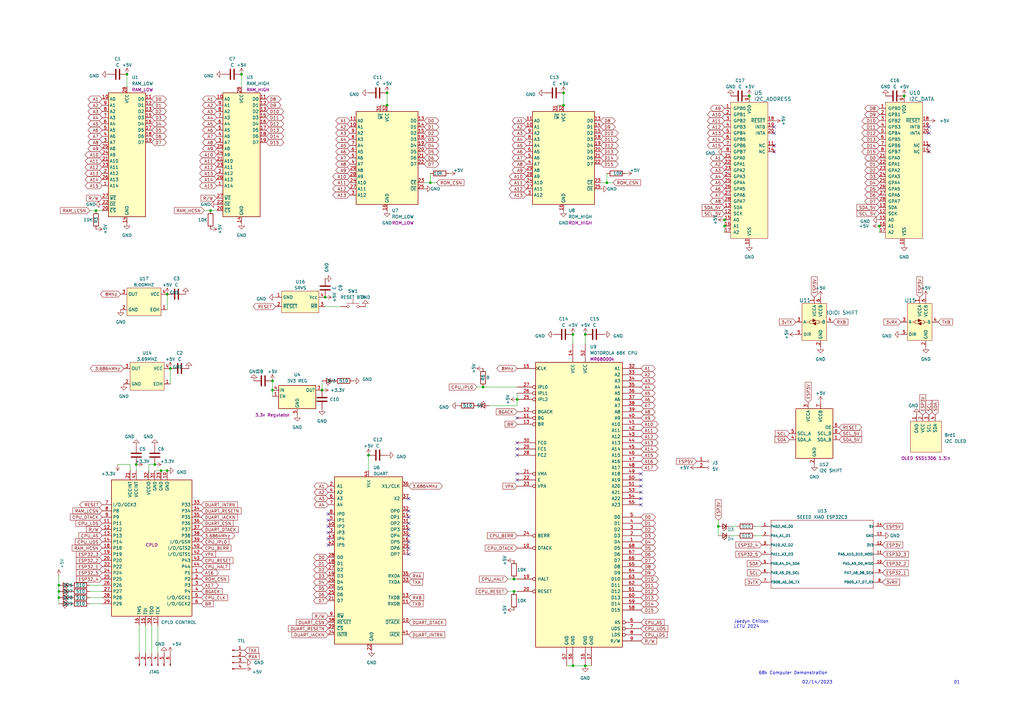
<source format=kicad_sch>
(kicad_sch (version 20230121) (generator eeschema)
  (paper "A3")
  (junction (at 231.14 38.1))
  (junction (at 234.95 273.05))
  (junction (at 210.82 242.57))
  (junction (at 370.84 39.37))
  (junction (at 240.03 273.05))
  (junction (at 52.07 30.48))
  (junction (at 39.37 86.36))
  (junction (at 24.13 245.11))
  (junction (at 69.85 151.13))
  (junction (at 297.18 92.71))
  (junction (at 234.95 137.16))
  (junction (at 297.18 90.17))
  (junction (at 307.34 39.37))
  (junction (at 198.12 158.75))
  (junction (at 360.68 92.71))
  (junction (at 240.03 137.16))
  (junction (at 248.92 74.93))
  (junction (at 210.82 237.49))
  (junction (at 111.76 156.21))
  (junction (at 24.13 242.57))
  (junction (at 151.13 186.69))
  (junction (at 111.76 160.02))
  (junction (at 132.08 160.02))
  (junction (at 24.13 240.03))
  (junction (at 212.09 163.83))
  (junction (at 158.75 43.18))
  (junction (at 86.36 86.36))
  (junction (at 231.14 43.18))
  (junction (at 133.35 121.92))
  (junction (at 66.04 193.04))
  (junction (at 68.58 120.65))
  (junction (at 99.06 30.48))
  (junction (at 68.58 193.04))
  (junction (at 158.75 38.1))
  (junction (at 176.53 74.93))
  (junction (at 55.88 190.5))
  (junction (at 63.5 190.5))
  (junction (at 294.64 215.9))
  (no_connect (at 317.5 59.69))
  (no_connect (at 134.62 215.9))
  (no_connect (at 134.62 223.52))
  (no_connect (at 262.89 201.93))
  (no_connect (at 167.64 227.33))
  (no_connect (at 167.64 219.71))
  (no_connect (at 262.89 196.85))
  (no_connect (at 317.5 62.23))
  (no_connect (at 167.64 217.17))
  (no_connect (at 381 54.61))
  (no_connect (at 167.64 224.79))
  (no_connect (at 134.62 213.36))
  (no_connect (at 262.89 199.39))
  (no_connect (at 212.09 184.15))
  (no_connect (at 167.64 209.55))
  (no_connect (at 167.64 212.09))
  (no_connect (at 212.09 186.69))
  (no_connect (at 167.64 222.25))
  (no_connect (at 381 59.69))
  (no_connect (at 262.89 207.01))
  (no_connect (at 167.64 214.63))
  (no_connect (at 212.09 194.31))
  (no_connect (at 134.62 218.44))
  (no_connect (at 262.89 194.31))
  (no_connect (at 317.5 54.61))
  (no_connect (at 134.62 220.98))
  (no_connect (at 134.62 210.82))
  (no_connect (at 317.5 52.07))
  (no_connect (at 167.64 204.47))
  (no_connect (at 212.09 171.45))
  (no_connect (at 212.09 181.61))
  (no_connect (at 381 52.07))
  (no_connect (at 381 62.23))
  (no_connect (at 212.09 196.85))
  (no_connect (at 262.89 204.47))
  (wire (pts (xy 63.5 193.04) (xy 66.04 193.04)))
  (wire (pts (xy 299.72 219.71) (xy 302.26 219.71)))
  (wire (pts (xy 24.13 245.11) (xy 24.13 247.65)))
  (wire (pts (xy 198.12 158.75) (xy 212.09 158.75)))
  (wire (pts (xy 24.13 240.03) (xy 24.13 242.57)))
  (wire (pts (xy 231.14 38.1) (xy 231.14 43.18)))
  (wire (pts (xy 55.88 190.5) (xy 55.88 193.04)))
  (wire (pts (xy 228.6 43.18) (xy 231.14 43.18)))
  (wire (pts (xy 156.21 43.18) (xy 158.75 43.18)))
  (wire (pts (xy 36.83 242.57) (xy 41.91 242.57)))
  (wire (pts (xy 53.34 193.04) (xy 53.34 190.5)))
  (wire (pts (xy 24.13 236.22) (xy 24.13 240.03)))
  (wire (pts (xy 36.83 86.36) (xy 39.37 86.36)))
  (wire (pts (xy 208.28 242.57) (xy 210.82 242.57)))
  (wire (pts (xy 132.08 156.21) (xy 132.08 160.02)))
  (wire (pts (xy 309.88 215.9) (xy 312.42 215.9)))
  (wire (pts (xy 234.95 273.05) (xy 240.03 273.05)))
  (wire (pts (xy 210.82 242.57) (xy 212.09 242.57)))
  (wire (pts (xy 60.96 193.04) (xy 60.96 190.5)))
  (wire (pts (xy 297.18 90.17) (xy 297.18 92.71)))
  (wire (pts (xy 69.85 151.13) (xy 69.85 157.48)))
  (wire (pts (xy 240.03 140.97) (xy 240.03 137.16)))
  (wire (pts (xy 48.26 190.5) (xy 53.34 190.5)))
  (wire (pts (xy 66.04 193.04) (xy 68.58 193.04)))
  (wire (pts (xy 111.76 160.02) (xy 111.76 162.56)))
  (wire (pts (xy 248.92 71.12) (xy 248.92 74.93)))
  (wire (pts (xy 99.06 30.48) (xy 99.06 35.56)))
  (wire (pts (xy 176.53 74.93) (xy 179.07 74.93)))
  (wire (pts (xy 39.37 86.36) (xy 41.91 86.36)))
  (wire (pts (xy 299.72 215.9) (xy 302.26 215.9)))
  (wire (pts (xy 232.41 273.05) (xy 234.95 273.05)))
  (wire (pts (xy 212.09 161.29) (xy 212.09 163.83)))
  (wire (pts (xy 210.82 237.49) (xy 212.09 237.49)))
  (wire (pts (xy 195.58 158.75) (xy 198.12 158.75)))
  (wire (pts (xy 36.83 245.11) (xy 41.91 245.11)))
  (wire (pts (xy 297.18 92.71) (xy 297.18 95.25)))
  (wire (pts (xy 111.76 156.21) (xy 111.76 160.02)))
  (wire (pts (xy 309.88 219.71) (xy 312.42 219.71)))
  (wire (pts (xy 248.92 74.93) (xy 251.46 74.93)))
  (wire (pts (xy 208.28 237.49) (xy 210.82 237.49)))
  (wire (pts (xy 59.69 256.54) (xy 59.69 267.97)))
  (wire (pts (xy 64.77 256.54) (xy 64.77 267.97)))
  (wire (pts (xy 52.07 30.48) (xy 52.07 35.56)))
  (wire (pts (xy 133.35 125.73) (xy 139.7 125.73)))
  (wire (pts (xy 57.15 256.54) (xy 57.15 267.97)))
  (wire (pts (xy 86.36 86.36) (xy 88.9 86.36)))
  (wire (pts (xy 234.95 140.97) (xy 234.95 137.16)))
  (wire (pts (xy 360.68 92.71) (xy 360.68 95.25)))
  (wire (pts (xy 246.38 74.93) (xy 248.92 74.93)))
  (wire (pts (xy 158.75 38.1) (xy 158.75 43.18)))
  (wire (pts (xy 200.66 166.37) (xy 212.09 166.37)))
  (wire (pts (xy 60.96 190.5) (xy 63.5 190.5)))
  (wire (pts (xy 294.64 215.9) (xy 294.64 219.71)))
  (wire (pts (xy 68.58 120.65) (xy 68.58 127)))
  (wire (pts (xy 173.99 74.93) (xy 176.53 74.93)))
  (wire (pts (xy 83.82 86.36) (xy 86.36 86.36)))
  (wire (pts (xy 62.23 256.54) (xy 62.23 267.97)))
  (wire (pts (xy 36.83 247.65) (xy 41.91 247.65)))
  (wire (pts (xy 212.09 166.37) (xy 212.09 163.83)))
  (wire (pts (xy 294.64 213.36) (xy 294.64 215.9)))
  (wire (pts (xy 240.03 273.05) (xy 242.57 273.05)))
  (wire (pts (xy 24.13 242.57) (xy 24.13 245.11)))
  (wire (pts (xy 151.13 186.69) (xy 151.13 193.04)))
  (wire (pts (xy 176.53 71.12) (xy 176.53 74.93)))
  (wire (pts (xy 36.83 240.03) (xy 41.91 240.03)))
  (text "Jaedyn Chilton\nLETU 2024" (at 300.99 257.81 0) (effects (font (size 1.27 1.27)) (justify left bottom)))
  (text "01" (at 391.16 280.67 0) (effects (font (size 1.27 1.27)) (justify left bottom)))
  (text "02/14/2023" (at 328.93 280.67 0) (effects (font (size 1.27 1.27)) (justify left bottom)))
  (text "68k Computer Demonstration" (at 311.15 276.86 0) (effects (font (size 1.27 1.27)) (justify left bottom)))
  (global_label "A7" (shape bidirectional) (at 215.9 64.77 180) (property "Intersheetrefs" "${INTERSHEET_REFS}" (effects hide)))
  (global_label "A11" (shape bidirectional) (at 143.51 74.93 180) (property "Intersheetrefs" "${INTERSHEET_REFS}" (effects hide)))
  (global_label "DUART_INTRN" (shape input) (at 167.64 260.35 0) (property "Intersheetrefs" "${INTERSHEET_REFS}" (effects hide)))
  (global_label "D9" (shape bidirectional) (at 246.38 52.07 0) (property "Intersheetrefs" "${INTERSHEET_REFS}" (effects hide)))
  (global_label "ESP5V" (shape input) (at 361.95 215.9 0) (property "Intersheetrefs" "${INTERSHEET_REFS}" (effects hide)))
  (global_label "A15" (shape bidirectional) (at 41.91 76.2 180) (property "Intersheetrefs" "${INTERSHEET_REFS}" (effects hide)))
  (global_label "D7" (shape bidirectional) (at 360.68 82.55 180) (property "Intersheetrefs" "${INTERSHEET_REFS}" (effects hide)))
  (global_label "D1" (shape bidirectional) (at 173.99 52.07 0) (property "Intersheetrefs" "${INTERSHEET_REFS}" (effects hide)))
  (global_label "A3" (shape bidirectional) (at 41.91 45.72 180) (property "Intersheetrefs" "${INTERSHEET_REFS}" (effects hide)))
  (global_label "BGACK" (shape input) (at 82.55 242.57 0) (property "Intersheetrefs" "${INTERSHEET_REFS}" (effects hide)))
  (global_label "A12" (shape bidirectional) (at 41.91 68.58 180) (property "Intersheetrefs" "${INTERSHEET_REFS}" (effects hide)))
  (global_label "BR" (shape input) (at 212.09 173.99 180) (property "Intersheetrefs" "${INTERSHEET_REFS}" (effects hide)))
  (global_label "D9" (shape bidirectional) (at 360.68 46.99 180) (property "Intersheetrefs" "${INTERSHEET_REFS}" (effects hide)))
  (global_label "D11" (shape bidirectional) (at 246.38 57.15 0) (property "Intersheetrefs" "${INTERSHEET_REFS}" (effects hide)))
  (global_label "D8" (shape bidirectional) (at 109.22 40.64 0) (property "Intersheetrefs" "${INTERSHEET_REFS}" (effects hide)))
  (global_label "A8" (shape bidirectional) (at 143.51 67.31 180) (property "Intersheetrefs" "${INTERSHEET_REFS}" (effects hide)))
  (global_label "A8" (shape bidirectional) (at 41.91 58.42 180) (property "Intersheetrefs" "${INTERSHEET_REFS}" (effects hide)))
  (global_label "A6" (shape bidirectional) (at 41.91 53.34 180) (property "Intersheetrefs" "${INTERSHEET_REFS}" (effects hide)))
  (global_label "TXA" (shape input) (at 167.64 238.76 0) (property "Intersheetrefs" "${INTERSHEET_REFS}" (effects hide)))
  (global_label "CPU_UDS" (shape input) (at 262.89 257.81 0) (property "Intersheetrefs" "${INTERSHEET_REFS}" (effects hide)))
  (global_label "A11" (shape bidirectional) (at 262.89 176.53 0) (property "Intersheetrefs" "${INTERSHEET_REFS}" (effects hide)))
  (global_label "CPU_IPL0" (shape input) (at 82.55 222.25 0) (property "Intersheetrefs" "${INTERSHEET_REFS}" (effects hide)))
  (global_label "D8" (shape bidirectional) (at 246.38 49.53 0) (property "Intersheetrefs" "${INTERSHEET_REFS}" (effects hide)))
  (global_label "D10" (shape bidirectional) (at 360.68 49.53 180) (property "Intersheetrefs" "${INTERSHEET_REFS}" (effects hide)))
  (global_label "CPU_HALT" (shape input) (at 82.55 232.41 0) (property "Intersheetrefs" "${INTERSHEET_REFS}" (effects hide)))
  (global_label "A17" (shape bidirectional) (at 262.89 191.77 0) (property "Intersheetrefs" "${INTERSHEET_REFS}" (effects hide)))
  (global_label "SDA_5V" (shape input) (at 360.68 85.09 180) (property "Intersheetrefs" "${INTERSHEET_REFS}" (effects hide)))
  (global_label "D5" (shape bidirectional) (at 173.99 62.23 0) (property "Intersheetrefs" "${INTERSHEET_REFS}" (effects hide)))
  (global_label "BGACK" (shape input) (at 212.09 168.91 180) (property "Intersheetrefs" "${INTERSHEET_REFS}" (effects hide)))
  (global_label "A12" (shape bidirectional) (at 143.51 77.47 180) (property "Intersheetrefs" "${INTERSHEET_REFS}" (effects hide)))
  (global_label "A2" (shape bidirectional) (at 134.62 201.93 180) (property "Intersheetrefs" "${INTERSHEET_REFS}" (effects hide)))
  (global_label "D11" (shape bidirectional) (at 109.22 48.26 0) (property "Intersheetrefs" "${INTERSHEET_REFS}" (effects hide)))
  (global_label "D4" (shape bidirectional) (at 173.99 59.69 0) (property "Intersheetrefs" "${INTERSHEET_REFS}" (effects hide)))
  (global_label "A1" (shape bidirectional) (at 262.89 151.13 0) (property "Intersheetrefs" "${INTERSHEET_REFS}" (effects hide)))
  (global_label "A4" (shape bidirectional) (at 297.18 72.39 180) (property "Intersheetrefs" "${INTERSHEET_REFS}" (effects hide)))
  (global_label "A10" (shape bidirectional) (at 262.89 173.99 0) (property "Intersheetrefs" "${INTERSHEET_REFS}" (effects hide)))
  (global_label "D5" (shape bidirectional) (at 262.89 224.79 0) (property "Intersheetrefs" "${INTERSHEET_REFS}" (effects hide)))
  (global_label "A5" (shape bidirectional) (at 262.89 161.29 0) (property "Intersheetrefs" "${INTERSHEET_REFS}" (effects hide)))
  (global_label "A10" (shape bidirectional) (at 41.91 63.5 180) (property "Intersheetrefs" "${INTERSHEET_REFS}" (effects hide)))
  (global_label "R{slash}W" (shape input) (at 88.9 81.28 180) (property "Intersheetrefs" "${INTERSHEET_REFS}" (effects hide)))
  (global_label "A14" (shape bidirectional) (at 297.18 57.15 180) (property "Intersheetrefs" "${INTERSHEET_REFS}" (effects hide)))
  (global_label "D11" (shape bidirectional) (at 262.89 240.03 0) (property "Intersheetrefs" "${INTERSHEET_REFS}" (effects hide)))
  (global_label "VPA" (shape input) (at 212.09 199.39 180) (property "Intersheetrefs" "${INTERSHEET_REFS}" (effects hide)))
  (global_label "D5" (shape bidirectional) (at 134.62 241.3 180) (property "Intersheetrefs" "${INTERSHEET_REFS}" (effects hide)))
  (global_label "A2" (shape bidirectional) (at 143.51 52.07 180) (property "Intersheetrefs" "${INTERSHEET_REFS}" (effects hide)))
  (global_label "D15" (shape bidirectional) (at 109.22 58.42 0) (property "Intersheetrefs" "${INTERSHEET_REFS}" (effects hide)))
  (global_label "ROM_CSN" (shape input) (at 82.55 237.49 0) (property "Intersheetrefs" "${INTERSHEET_REFS}" (effects hide)))
  (global_label "ESP32_4" (shape input) (at 312.42 223.52 180) (property "Intersheetrefs" "${INTERSHEET_REFS}" (effects hide)))
  (global_label "DUART_DTACK" (shape input) (at 82.55 217.17 0) (property "Intersheetrefs" "${INTERSHEET_REFS}" (effects hide)))
  (global_label "D5" (shape bidirectional) (at 62.23 53.34 0) (property "Intersheetrefs" "${INTERSHEET_REFS}" (effects hide)))
  (global_label "A10" (shape bidirectional) (at 143.51 72.39 180) (property "Intersheetrefs" "${INTERSHEET_REFS}" (effects hide)))
  (global_label "D9" (shape bidirectional) (at 262.89 234.95 0) (property "Intersheetrefs" "${INTERSHEET_REFS}" (effects hide)))
  (global_label "TXA" (shape input) (at 100.33 266.7 0) (property "Intersheetrefs" "${INTERSHEET_REFS}" (effects hide)))
  (global_label "8Mhz" (shape bidirectional) (at 49.53 120.65 180) (property "Intersheetrefs" "${INTERSHEET_REFS}" (effects hide)))
  (global_label "A13" (shape bidirectional) (at 143.51 80.01 180) (property "Intersheetrefs" "${INTERSHEET_REFS}" (effects hide)))
  (global_label "CPU_AS" (shape input) (at 262.89 255.27 0) (property "Intersheetrefs" "${INTERSHEET_REFS}" (effects hide)))
  (global_label "A4" (shape bidirectional) (at 215.9 57.15 180) (property "Intersheetrefs" "${INTERSHEET_REFS}" (effects hide)))
  (global_label "A4" (shape bidirectional) (at 134.62 207.01 180) (property "Intersheetrefs" "${INTERSHEET_REFS}" (effects hide)))
  (global_label "A10" (shape bidirectional) (at 215.9 72.39 180) (property "Intersheetrefs" "${INTERSHEET_REFS}" (effects hide)))
  (global_label "A1" (shape bidirectional) (at 143.51 49.53 180) (property "Intersheetrefs" "${INTERSHEET_REFS}" (effects hide)))
  (global_label "D13" (shape bidirectional) (at 109.22 53.34 0) (property "Intersheetrefs" "${INTERSHEET_REFS}" (effects hide)))
  (global_label "A3" (shape bidirectional) (at 88.9 45.72 180) (property "Intersheetrefs" "${INTERSHEET_REFS}" (effects hide)))
  (global_label "3vTX" (shape input) (at 326.39 132.08 180) (property "Intersheetrefs" "${INTERSHEET_REFS}" (effects hide)))
  (global_label "SCL_5V" (shape input) (at 360.68 87.63 180) (property "Intersheetrefs" "${INTERSHEET_REFS}" (effects hide)))
  (global_label "A8" (shape bidirectional) (at 88.9 58.42 180) (property "Intersheetrefs" "${INTERSHEET_REFS}" (effects hide)))
  (global_label "A6" (shape bidirectional) (at 215.9 62.23 180) (property "Intersheetrefs" "${INTERSHEET_REFS}" (effects hide)))
  (global_label "D3" (shape bidirectional) (at 62.23 48.26 0) (property "Intersheetrefs" "${INTERSHEET_REFS}" (effects hide)))
  (global_label "A1" (shape bidirectional) (at 297.18 64.77 180) (property "Intersheetrefs" "${INTERSHEET_REFS}" (effects hide)))
  (global_label "D6" (shape bidirectional) (at 134.62 243.84 180) (property "Intersheetrefs" "${INTERSHEET_REFS}" (effects hide)))
  (global_label "CPU_UDS" (shape input) (at 41.91 222.25 180) (property "Intersheetrefs" "${INTERSHEET_REFS}" (effects hide)))
  (global_label "A2" (shape bidirectional) (at 88.9 43.18 180) (property "Intersheetrefs" "${INTERSHEET_REFS}" (effects hide)))
  (global_label "D11" (shape bidirectional) (at 360.68 52.07 180) (property "Intersheetrefs" "${INTERSHEET_REFS}" (effects hide)))
  (global_label "A7" (shape bidirectional) (at 262.89 166.37 0) (property "Intersheetrefs" "${INTERSHEET_REFS}" (effects hide)))
  (global_label "SDA_5V" (shape input) (at 297.18 85.09 180) (property "Intersheetrefs" "${INTERSHEET_REFS}" (effects hide)))
  (global_label "CPU_BERR" (shape input) (at 82.55 224.79 0) (property "Intersheetrefs" "${INTERSHEET_REFS}" (effects hide)))
  (global_label "A1" (shape bidirectional) (at 215.9 49.53 180) (property "Intersheetrefs" "${INTERSHEET_REFS}" (effects hide)))
  (global_label "A6" (shape bidirectional) (at 88.9 53.34 180) (property "Intersheetrefs" "${INTERSHEET_REFS}" (effects hide)))
  (global_label "ESP3V" (shape input) (at 377.19 121.92 90) (property "Intersheetrefs" "${INTERSHEET_REFS}" (effects hide)))
  (global_label "ESP5V" (shape input) (at 285.75 189.23 180) (property "Intersheetrefs" "${INTERSHEET_REFS}" (effects hide)))
  (global_label "A3" (shape bidirectional) (at 134.62 204.47 180) (property "Intersheetrefs" "${INTERSHEET_REFS}" (effects hide)))
  (global_label "A9" (shape bidirectional) (at 215.9 69.85 180) (property "Intersheetrefs" "${INTERSHEET_REFS}" (effects hide)))
  (global_label "SCL_5V" (shape input) (at 297.18 87.63 180) (property "Intersheetrefs" "${INTERSHEET_REFS}" (effects hide)))
  (global_label "D2" (shape bidirectional) (at 262.89 217.17 0) (property "Intersheetrefs" "${INTERSHEET_REFS}" (effects hide)))
  (global_label "A2" (shape bidirectional) (at 297.18 67.31 180) (property "Intersheetrefs" "${INTERSHEET_REFS}" (effects hide)))
  (global_label "R{slash}W" (shape input) (at 41.91 81.28 180) (property "Intersheetrefs" "${INTERSHEET_REFS}" (effects hide)))
  (global_label "VPA" (shape input) (at 82.55 227.33 0) (property "Intersheetrefs" "${INTERSHEET_REFS}" (effects hide)))
  (global_label "RAM_HCSN" (shape input) (at 41.91 224.79 180) (property "Intersheetrefs" "${INTERSHEET_REFS}" (effects hide)))
  (global_label "CPU_RESET" (shape input) (at 208.28 242.57 180) (property "Intersheetrefs" "${INTERSHEET_REFS}" (effects hide)))
  (global_label "A14" (shape bidirectional) (at 88.9 73.66 180) (property "Intersheetrefs" "${INTERSHEET_REFS}" (effects hide)))
  (global_label "A4" (shape bidirectional) (at 143.51 57.15 180) (property "Intersheetrefs" "${INTERSHEET_REFS}" (effects hide)))
  (global_label "D7" (shape bidirectional) (at 173.99 67.31 0) (property "Intersheetrefs" "${INTERSHEET_REFS}" (effects hide)))
  (global_label "D14" (shape bidirectional) (at 109.22 55.88 0) (property "Intersheetrefs" "${INTERSHEET_REFS}" (effects hide)))
  (global_label "TXB" (shape input) (at 384.81 132.08 0) (property "Intersheetrefs" "${INTERSHEET_REFS}" (effects hide)))
  (global_label "RXA" (shape input) (at 167.64 236.22 0) (property "Intersheetrefs" "${INTERSHEET_REFS}" (effects hide)))
  (global_label "DUART_CSN" (shape input) (at 134.62 255.27 180) (property "Intersheetrefs" "${INTERSHEET_REFS}" (effects hide)))
  (global_label "A3" (shape bidirectional) (at 262.89 156.21 0) (property "Intersheetrefs" "${INTERSHEET_REFS}" (effects hide)))
  (global_label "ESP3V" (shape input) (at 331.47 165.1 90) (property "Intersheetrefs" "${INTERSHEET_REFS}" (effects hide)))
  (global_label "DUART_RESETN" (shape input) (at 134.62 257.81 180) (property "Intersheetrefs" "${INTERSHEET_REFS}" (effects hide)))
  (global_label "A5" (shape bidirectional) (at 143.51 59.69 180) (property "Intersheetrefs" "${INTERSHEET_REFS}" (effects hide)))
  (global_label "A15" (shape bidirectional) (at 88.9 76.2 180) (property "Intersheetrefs" "${INTERSHEET_REFS}" (effects hide)))
  (global_label "A1" (shape bidirectional) (at 134.62 199.39 180) (property "Intersheetrefs" "${INTERSHEET_REFS}" (effects hide)))
  (global_label "A2" (shape bidirectional) (at 262.89 153.67 0) (property "Intersheetrefs" "${INTERSHEET_REFS}" (effects hide)))
  (global_label "ESP3V" (shape input) (at 361.95 223.52 0) (property "Intersheetrefs" "${INTERSHEET_REFS}" (effects hide)))
  (global_label "D3" (shape bidirectional) (at 262.89 219.71 0) (property "Intersheetrefs" "${INTERSHEET_REFS}" (effects hide)))
  (global_label "D1" (shape bidirectional) (at 134.62 231.14 180) (property "Intersheetrefs" "${INTERSHEET_REFS}" (effects hide)))
  (global_label "ESP3V" (shape input) (at 378.46 170.18 90) (property "Intersheetrefs" "${INTERSHEET_REFS}" (effects hide)))
  (global_label "D1" (shape bidirectional) (at 62.23 43.18 0) (property "Intersheetrefs" "${INTERSHEET_REFS}" (effects hide)))
  (global_label "A7" (shape bidirectional) (at 41.91 55.88 180) (property "Intersheetrefs" "${INTERSHEET_REFS}" (effects hide)))
  (global_label "A13" (shape bidirectional) (at 88.9 71.12 180) (property "Intersheetrefs" "${INTERSHEET_REFS}" (effects hide)))
  (global_label "A6" (shape bidirectional) (at 297.18 77.47 180) (property "Intersheetrefs" "${INTERSHEET_REFS}" (effects hide)))
  (global_label "RESET" (shape bidirectional) (at 41.91 207.01 180) (property "Intersheetrefs" "${INTERSHEET_REFS}" (effects hide)))
  (global_label "D13" (shape bidirectional) (at 262.89 245.11 0) (property "Intersheetrefs" "${INTERSHEET_REFS}" (effects hide)))
  (global_label "A5" (shape bidirectional) (at 297.18 74.93 180) (property "Intersheetrefs" "${INTERSHEET_REFS}" (effects hide)))
  (global_label "TXB" (shape input) (at 167.64 247.65 0) (property "Intersheetrefs" "${INTERSHEET_REFS}" (effects hide)))
  (global_label "D10" (shape bidirectional) (at 246.38 54.61 0) (property "Intersheetrefs" "${INTERSHEET_REFS}" (effects hide)))
  (global_label "A14" (shape bidirectional) (at 262.89 184.15 0) (property "Intersheetrefs" "${INTERSHEET_REFS}" (effects hide)))
  (global_label "RAM_LCSN" (shape input) (at 41.91 209.55 180) (property "Intersheetrefs" "${INTERSHEET_REFS}" (effects hide)))
  (global_label "CPU_IPL0" (shape input) (at 195.58 158.75 180) (property "Intersheetrefs" "${INTERSHEET_REFS}" (effects hide)))
  (global_label "ESP32_5" (shape input) (at 41.91 234.95 180) (property "Intersheetrefs" "${INTERSHEET_REFS}" (effects hide)))
  (global_label "R{slash}W" (shape input) (at 262.89 262.89 0) (property "Intersheetrefs" "${INTERSHEET_REFS}" (effects hide)))
  (global_label "D3" (shape bidirectional) (at 134.62 236.22 180) (property "Intersheetrefs" "${INTERSHEET_REFS}" (effects hide)))
  (global_label "A9" (shape bidirectional) (at 88.9 60.96 180) (property "Intersheetrefs" "${INTERSHEET_REFS}" (effects hide)))
  (global_label "A9" (shape bidirectional) (at 41.91 60.96 180) (property "Intersheetrefs" "${INTERSHEET_REFS}" (effects hide)))
  (global_label "SDA" (shape input) (at 312.42 231.14 180) (property "Intersheetrefs" "${INTERSHEET_REFS}" (effects hide)))
  (global_label "D8" (shape bidirectional) (at 360.68 44.45 180) (property "Intersheetrefs" "${INTERSHEET_REFS}" (effects hide)))
  (global_label "DUART_RESETN" (shape input) (at 82.55 209.55 0) (property "Intersheetrefs" "${INTERSHEET_REFS}" (effects hide)))
  (global_label "SCL" (shape input) (at 381 170.18 90) (property "Intersheetrefs" "${INTERSHEET_REFS}" (effects hide)))
  (global_label "D0" (shape bidirectional) (at 262.89 212.09 0) (property "Intersheetrefs" "${INTERSHEET_REFS}" (effects hide)))
  (global_label "D15" (shape bidirectional) (at 360.68 62.23 180) (property "Intersheetrefs" "${INTERSHEET_REFS}" (effects hide)))
  (global_label "A15" (shape bidirectional) (at 262.89 186.69 0) (property "Intersheetrefs" "${INTERSHEET_REFS}" (effects hide)))
  (global_label "A4" (shape bidirectional) (at 88.9 48.26 180) (property "Intersheetrefs" "${INTERSHEET_REFS}" (effects hide)))
  (global_label "A9" (shape bidirectional) (at 262.89 171.45 0) (property "Intersheetrefs" "${INTERSHEET_REFS}" (effects hide)))
  (global_label "D12" (shape bidirectional) (at 360.68 54.61 180) (property "Intersheetrefs" "${INTERSHEET_REFS}" (effects hide)))
  (global_label "SCL" (shape input) (at 312.42 234.95 180) (property "Intersheetrefs" "${INTERSHEET_REFS}" (effects hide)))
  (global_label "D3" (shape bidirectional) (at 360.68 72.39 180) (property "Intersheetrefs" "${INTERSHEET_REFS}" (effects hide)))
  (global_label "ESP32_4" (shape input) (at 41.91 237.49 180) (property "Intersheetrefs" "${INTERSHEET_REFS}" (effects hide)))
  (global_label "A12" (shape bidirectional) (at 215.9 77.47 180) (property "Intersheetrefs" "${INTERSHEET_REFS}" (effects hide)))
  (global_label "A1" (shape bidirectional) (at 41.91 40.64 180) (property "Intersheetrefs" "${INTERSHEET_REFS}" (effects hide)))
  (global_label "ESP3V" (shape input) (at 334.01 121.92 90) (property "Intersheetrefs" "${INTERSHEET_REFS}" (effects hide)))
  (global_label "A16" (shape bidirectional) (at 262.89 189.23 0) (property "Intersheetrefs" "${INTERSHEET_REFS}" (effects hide)))
  (global_label "CPU_LDS" (shape input) (at 41.91 214.63 180) (property "Intersheetrefs" "${INTERSHEET_REFS}" (effects hide)))
  (global_label "SCL" (shape input) (at 323.85 177.8 180) (property "Intersheetrefs" "${INTERSHEET_REFS}" (effects hide)))
  (global_label "D7" (shape bidirectional) (at 262.89 229.87 0) (property "Intersheetrefs" "${INTERSHEET_REFS}" (effects hide)))
  (global_label "3vRX" (shape input) (at 369.57 132.08 180) (property "Intersheetrefs" "${INTERSHEET_REFS}" (effects hide)))
  (global_label "D14" (shape bidirectional) (at 360.68 59.69 180) (property "Intersheetrefs" "${INTERSHEET_REFS}" (effects hide)))
  (global_label "ESP32_1" (shape input) (at 361.95 234.95 0) (property "Intersheetrefs" "${INTERSHEET_REFS}" (effects hide)))
  (global_label "DUART_INTRN" (shape input) (at 82.55 207.01 0) (property "Intersheetrefs" "${INTERSHEET_REFS}" (effects hide)))
  (global_label "ESP32_5" (shape input) (at 312.42 227.33 180) (property "Intersheetrefs" "${INTERSHEET_REFS}" (effects hide)))
  (global_label "RESET" (shape bidirectional) (at 344.17 175.26 0) (property "Intersheetrefs" "${INTERSHEET_REFS}" (effects hide)))
  (global_label "RXB" (shape input) (at 341.63 132.08 0) (property "Intersheetrefs" "${INTERSHEET_REFS}" (effects hide)))
  (global_label "D12" (shape bidirectional) (at 262.89 242.57 0) (property "Intersheetrefs" "${INTERSHEET_REFS}" (effects hide)))
  (global_label "D5" (shape bidirectional) (at 360.68 77.47 180) (property "Intersheetrefs" "${INTERSHEET_REFS}" (effects hide)))
  (global_label "BR" (shape input) (at 82.55 247.65 0) (property "Intersheetrefs" "${INTERSHEET_REFS}" (effects hide)))
  (global_label "RESET" (shape bidirectional) (at 113.03 125.73 180) (property "Intersheetrefs" "${INTERSHEET_REFS}" (effects hide)))
  (global_label "A13" (shape bidirectional) (at 41.91 71.12 180) (property "Intersheetrefs" "${INTERSHEET_REFS}" (effects hide)))
  (global_label "A6" (shape bidirectional) (at 262.89 163.83 0) (property "Intersheetrefs" "${INTERSHEET_REFS}" (effects hide)))
  (global_label "D6" (shape bidirectional) (at 62.23 55.88 0) (property "Intersheetrefs" "${INTERSHEET_REFS}" (effects hide)))
  (global_label "D4" (shape bidirectional) (at 262.89 222.25 0) (property "Intersheetrefs" "${INTERSHEET_REFS}" (effects hide)))
  (global_label "D15" (shape bidirectional) (at 246.38 67.31 0) (property "Intersheetrefs" "${INTERSHEET_REFS}" (effects hide)))
  (global_label "DUART_IACKN" (shape input) (at 82.55 212.09 0) (property "Intersheetrefs" "${INTERSHEET_REFS}" (effects hide)))
  (global_label "DUART_CSN" (shape input) (at 82.55 214.63 0) (property "Intersheetrefs" "${INTERSHEET_REFS}" (effects hide)))
  (global_label "D6" (shape bidirectional) (at 173.99 64.77 0) (property "Intersheetrefs" "${INTERSHEET_REFS}" (effects hide)))
  (global_label "A15" (shape bidirectional) (at 297.18 59.69 180) (property "Intersheetrefs" "${INTERSHEET_REFS}" (effects hide)))
  (global_label "D2" (shape bidirectional) (at 134.62 233.68 180) (property "Intersheetrefs" "${INTERSHEET_REFS}" (effects hide)))
  (global_label "D12" (shape bidirectional) (at 109.22 50.8 0) (property "Intersheetrefs" "${INTERSHEET_REFS}" (effects hide)))
  (global_label "A7" (shape bidirectional) (at 297.18 80.01 180) (property "Intersheetrefs" "${INTERSHEET_REFS}" (effects hide)))
  (global_label "D13" (shape bidirectional) (at 246.38 62.23 0) (property "Intersheetrefs" "${INTERSHEET_REFS}" (effects hide)))
  (global_label "D4" (shape bidirectional) (at 134.62 238.76 180) (property "Intersheetrefs" "${INTERSHEET_REFS}" (effects hide)))
  (global_label "SDA_5V" (shape input) (at 344.17 180.34 0) (property "Intersheetrefs" "${INTERSHEET_REFS}" (effects hide)))
  (global_label "A5" (shape bidirectional) (at 215.9 59.69 180) (property "Intersheetrefs" "${INTERSHEET_REFS}" (effects hide)))
  (global_label "A4" (shape bidirectional) (at 262.89 158.75 0) (property "Intersheetrefs" "${INTERSHEET_REFS}" (effects hide)))
  (global_label "A8" (shape bidirectional) (at 215.9 67.31 180) (property "Intersheetrefs" "${INTERSHEET_REFS}" (effects hide)))
  (global_label "D3" (shape bidirectional) (at 173.99 57.15 0) (property "Intersheetrefs" "${INTERSHEET_REFS}" (effects hide)))
  (global_label "A4" (shape bidirectional) (at 41.91 48.26 180) (property "Intersheetrefs" "${INTERSHEET_REFS}" (effects hide)))
  (global_label "D4" (shape bidirectional) (at 360.68 74.93 180) (property "Intersheetrefs" "${INTERSHEET_REFS}" (effects hide)))
  (global_label "D2" (shape bidirectional) (at 62.23 45.72 0) (property "Intersheetrefs" "${INTERSHEET_REFS}" (effects hide)))
  (global_label "RAM_LCSN" (shape input) (at 36.83 86.36 180) (property "Intersheetrefs" "${INTERSHEET_REFS}" (effects hide)))
  (global_label "CPU_DTACK" (shape input) (at 212.09 224.79 180) (property "Intersheetrefs" "${INTERSHEET_REFS}" (effects hide)))
  (global_label "D4" (shape bidirectional) (at 62.23 50.8 0) (property "Intersheetrefs" "${INTERSHEET_REFS}" (effects hide)))
  (global_label "A8" (shape bidirectional) (at 262.89 168.91 0) (property "Intersheetrefs" "${INTERSHEET_REFS}" (effects hide)))
  (global_label "D10" (shape bidirectional) (at 262.89 237.49 0) (property "Intersheetrefs" "${INTERSHEET_REFS}" (effects hide)))
  (global_label "CPU_BERR" (shape input) (at 212.09 219.71 180) (property "Intersheetrefs" "${INTERSHEET_REFS}" (effects hide)))
  (global_label "A8" (shape bidirectional) (at 297.18 82.55 180) (property "Intersheetrefs" "${INTERSHEET_REFS}" (effects hide)))
  (global_label "A9" (shape bidirectional) (at 297.18 44.45 180) (property "Intersheetrefs" "${INTERSHEET_REFS}" (effects hide)))
  (global_label "A14" (shape bidirectional) (at 41.91 73.66 180) (property "Intersheetrefs" "${INTERSHEET_REFS}" (effects hide)))
  (global_label "A13" (shape bidirectional) (at 262.89 181.61 0) (property "Intersheetrefs" "${INTERSHEET_REFS}" (effects hide)))
  (global_label "D15" (shape bidirectional) (at 262.89 250.19 0) (property "Intersheetrefs" "${INTERSHEET_REFS}" (effects hide)))
  (global_label "D12" (shape bidirectional) (at 246.38 59.69 0) (property "Intersheetrefs" "${INTERSHEET_REFS}" (effects hide)))
  (global_label "D8" (shape bidirectional) (at 262.89 232.41 0) (property "Intersheetrefs" "${INTERSHEET_REFS}" (effects hide)))
  (global_label "A2" (shape bidirectional) (at 41.91 43.18 180) (property "Intersheetrefs" "${INTERSHEET_REFS}" (effects hide)))
  (global_label "D1" (shape bidirectional) (at 360.68 67.31 180) (property "Intersheetrefs" "${INTERSHEET_REFS}" (effects hide)))
  (global_label "A16" (shape bidirectional) (at 82.55 234.95 0) (property "Intersheetrefs" "${INTERSHEET_REFS}" (effects hide)))
  (global_label "D6" (shape bidirectional) (at 360.68 80.01 180) (property "Intersheetrefs" "${INTERSHEET_REFS}" (effects hide)))
  (global_label "DUART_DTACK" (shape input) (at 167.64 255.27 0) (property "Intersheetrefs" "${INTERSHEET_REFS}" (effects hide)))
  (global_label "RXA" (shape input) (at 100.33 269.24 0) (property "Intersheetrefs" "${INTERSHEET_REFS}" (effects hide)))
  (global_label "A1" (shape bidirectional) (at 88.9 40.64 180) (property "Intersheetrefs" "${INTERSHEET_REFS}" (effects hide)))
  (global_label "DUART_IACKN" (shape input) (at 134.62 260.35 180) (property "Intersheetrefs" "${INTERSHEET_REFS}" (effects hide)))
  (global_label "A13" (shape bidirectional) (at 297.18 54.61 180) (property "Intersheetrefs" "${INTERSHEET_REFS}" (effects hide)))
  (global_label "CPU_AS" (shape input) (at 41.91 219.71 180) (property "Intersheetrefs" "${INTERSHEET_REFS}" (effects hide)))
  (global_label "A12" (shape bidirectional) (at 297.18 52.07 180) (property "Intersheetrefs" "${INTERSHEET_REFS}" (effects hide)))
  (global_label "D0" (shape bidirectional) (at 360.68 64.77 180) (property "Intersheetrefs" "${INTERSHEET_REFS}" (effects hide)))
  (global_label "A11" (shape bidirectional) (at 41.91 66.04 180) (property "Intersheetrefs" "${INTERSHEET_REFS}" (effects hide)))
  (global_label "D0" (shape bidirectional) (at 173.99 49.53 0) (property "Intersheetrefs" "${INTERSHEET_REFS}" (effects hide)))
  (global_label "A13" (shape bidirectional) (at 215.9 80.01 180) (property "Intersheetrefs" "${INTERSHEET_REFS}" (effects hide)))
  (global_label "D7" (shape bidirectional) (at 62.23 58.42 0) (property "Intersheetrefs" "${INTERSHEET_REFS}" (effects hide)))
  (global_label "A6" (shape bidirectional) (at 143.51 62.23 180) (property "Intersheetrefs" "${INTERSHEET_REFS}" (effects hide)))
  (global_label "A5" (shape bidirectional) (at 41.91 50.8 180) (property "Intersheetrefs" "${INTERSHEET_REFS}" (effects hide)))
  (global_label "RAM_HCSN" (shape input) (at 83.82 86.36 180) (property "Intersheetrefs" "${INTERSHEET_REFS}" (effects hide)))
  (global_label "8Mhz" (shape bidirectional) (at 212.09 151.13 180) (property "Intersheetrefs" "${INTERSHEET_REFS}" (effects hide)))
  (global_label "A10" (shape bidirectional) (at 297.18 46.99 180) (property "Intersheetrefs" "${INTERSHEET_REFS}" (effects hide)))
  (global_label "CPU_RESET" (shape input) (at 82.55 229.87 0) (property "Intersheetrefs" "${INTERSHEET_REFS}" (effects hide)))
  (global_label "D1" (shape bidirectional) (at 262.89 214.63 0) (property "Intersheetrefs" "${INTERSHEET_REFS}" (effects hide)))
  (global_label "D9" (shape bidirectional) (at 109.22 43.18 0) (property "Intersheetrefs" "${INTERSHEET_REFS}" (effects hide)))
  (global_label "A12" (shape bidirectional) (at 88.9 68.58 180) (property "Intersheetrefs" "${INTERSHEET_REFS}" (effects hide)))
  (global_label "A3" (shape bidirectional) (at 143.51 54.61 180) (property "Intersheetrefs" "${INTERSHEET_REFS}" (effects hide)))
  (global_label "A7" (shape bidirectional) (at 88.9 55.88 180) (property "Intersheetrefs" "${INTERSHEET_REFS}" (effects hide)))
  (global_label "A12" (shape bidirectional) (at 262.89 179.07 0) (property "Intersheetrefs" "${INTERSHEET_REFS}" (effects hide)))
  (global_label "A7" (shape bidirectional) (at 143.51 64.77 180) (property "Intersheetrefs" "${INTERSHEET_REFS}" (effects hide)))
  (global_label "3vRX" (shape input) (at 361.95 238.76 0) (property "Intersheetrefs" "${INTERSHEET_REFS}" (effects hide)))
  (global_label "A3" (shape bidirectional) (at 297.18 69.85 180) (property "Intersheetrefs" "${INTERSHEET_REFS}" (effects hide)))
  (global_label "SDA" (shape input) (at 323.85 180.34 180) (property "Intersheetrefs" "${INTERSHEET_REFS}" (effects hide)))
  (global_label "3.6864Mhz" (shape bidirectional) (at 50.8 151.13 180) (property "Intersheetrefs" "${INTERSHEET_REFS}" (effects hide)))
  (global_label "SCL_5V" (shape input) (at 344.17 177.8 0) (property "Intersheetrefs" "${INTERSHEET_REFS}" (effects hide)))
  (global_label "CPU_LDS" (shape input) (at 262.89 260.35 0) (property "Intersheetrefs" "${INTERSHEET_REFS}" (effects hide)))
  (global_label "3.6864Mhz" (shape bidirectional) (at 82.55 219.71 0) (property "Intersheetrefs" "${INTERSHEET_REFS}" (effects hide)))
  (global_label "D2" (shape bidirectional) (at 360.68 69.85 180) (property "Intersheetrefs" "${INTERSHEET_REFS}" (effects hide)))
  (global_label "ESP32_1" (shape input) (at 41.91 232.41 180) (property "Intersheetrefs" "${INTERSHEET_REFS}" (effects hide)))
  (global_label "D14" (shape bidirectional) (at 262.89 247.65 0) (property "Intersheetrefs" "${INTERSHEET_REFS}" (effects hide)))
  (global_label "A3" (shape bidirectional) (at 215.9 54.61 180) (property "Intersheetrefs" "${INTERSHEET_REFS}" (effects hide)))
  (global_label "3vTX" (shape input) (at 312.42 238.76 180) (property "Intersheetrefs" "${INTERSHEET_REFS}" (effects hide)))
  (global_label "ESP3V" (shape input) (at 294.64 213.36 90) (property "Intersheetrefs" "${INTERSHEET_REFS}" (effects hide)))
  (global_label "A9" (shape bidirectional) (at 143.51 69.85 180) (property "Intersheetrefs" "${INTERSHEET_REFS}" (effects hide)))
  (global_label "3.6864Mhz" (shape bidirectional) (at 167.64 199.39 0) (property "Intersheetrefs" "${INTERSHEET_REFS}" (effects hide)))
  (global_label "A11" (shape bidirectional) (at 88.9 66.04 180) (property "Intersheetrefs" "${INTERSHEET_REFS}" (effects hide)))
  (global_label "D6" (shape bidirectional) (at 262.89 227.33 0) (property "Intersheetrefs" "${INTERSHEET_REFS}" (effects hide)))
  (global_label "ESP32_3" (shape input) (at 41.91 227.33 180) (property "Intersheetrefs" "${INTERSHEET_REFS}" (effects hide)))
  (global_label "A5" (shape bidirectional) (at 88.9 50.8 180) (property "Intersheetrefs" "${INTERSHEET_REFS}" (effects hide)))
  (global_label "SDA" (shape input) (at 383.54 170.18 90) (property "Intersheetrefs" "${INTERSHEET_REFS}" (effects hide)))
  (global_label "D7" (shape bidirectional) (at 134.62 246.38 180) (property "Intersheetrefs" "${INTERSHEET_REFS}" (effects hide)))
  (global_label "ESP32_2" (shape input) (at 41.91 229.87 180) (property "Intersheetrefs" "${INTERSHEET_REFS}" (effects hide)))
  (global_label "RXB" (shape input) (at 167.64 245.11 0) (property "Intersheetrefs" "${INTERSHEET_REFS}" (effects hide)))
  (global_label "A2" (shape bidirectional) (at 215.9 52.07 180) (property "Intersheetrefs" "${INTERSHEET_REFS}" (effects hide)))
  (global_label "CPU_DTACK" (shape input) (at 41.91 212.09 180) (property "Intersheetrefs" "${INTERSHEET_REFS}" (effects hide)))
  (global_label "D0" (shape bidirectional) (at 62.23 40.64 0) (property "Intersheetrefs" "${INTERSHEET_REFS}" (effects hide)))
  (global_label "CPU_CLK" (shape input) (at 82.55 245.11 0) (property "Intersheetrefs" "${INTERSHEET_REFS}" (effects hide)))
  (global_label "ROM_CSN" (shape input) (at 251.46 74.93 0) (property "Intersheetrefs" "${INTERSHEET_REFS}" (effects hide)))
  (global_label "A11" (shape bidirectional) (at 297.18 49.53 180) (property "Intersheetrefs" "${INTERSHEET_REFS}" (effects hide)))
  (global_label "A17" (shape bidirectional) (at 82.55 240.03 0) (property "Intersheetrefs" "${INTERSHEET_REFS}" (effects hide)))
  (global_label "D14" (shape bidirectional) (at 246.38 64.77 0) (property "Intersheetrefs" "${INTERSHEET_REFS}" (effects hide)))
  (global_label "D2" (shape bidirectional) (at 173.99 54.61 0) (property "Intersheetrefs" "${INTERSHEET_REFS}" (effects hide)))
  (global_label "ROM_CSN" (shape input) (at 179.07 74.93 0) (property "Intersheetrefs" "${INTERSHEET_REFS}" (effects hide)))
  (global_label "D13" (shape bidirectional) (at 360.68 57.15 180) (property "Intersheetrefs" "${INTERSHEET_REFS}" (effects hide)))
  (global_label "D10" (shape bidirectional) (at 109.22 45.72 0) (property "Intersheetrefs" "${INTERSHEET_REFS}" (effects hide)))
  (global_label "D0" (shape bidirectional) (at 134.62 228.6 180) (property "Intersheetrefs" "${INTERSHEET_REFS}" (effects hide)))
  (global_label "ESP32_2" (shape input) (at 361.95 231.14 0) (property "Intersheetrefs" "${INTERSHEET_REFS}" (effects hide)))
  (global_label "R{slash}W" (shape input) (at 41.91 217.17 180) (property "Intersheetrefs" "${INTERSHEET_REFS}" (effects hide)))
  (global_label "ESP32_3" (shape input) (at 361.95 227.33 0) (property "Intersheetrefs" "${INTERSHEET_REFS}" (effects hide)))
  (global_label "A11" (shape bidirectional) (at 215.9 74.93 180) (property "Intersheetrefs" "${INTERSHEET_REFS}" (effects hide)))
  (global_label "R{slash}W" (shape input) (at 134.62 252.73 180) (property "Intersheetrefs" "${INTERSHEET_REFS}" (effects hide)))
  (global_label "A10" (shape bidirectional) (at 88.9 63.5 180) (property "Intersheetrefs" "${INTERSHEET_REFS}" (effects hide)))
  (global_label "CPU_HALT" (shape input) (at 208.28 237.49 180) (property "Intersheetrefs" "${INTERSHEET_REFS}" (effects hide)))
  (symbol (lib_id "Device:LED_Small") (at 297.18 219.71 180) (unit 1)
    (property "Reference" "D4" (at 299.72 220.98 0))
    (property "Value" "Green" (effects hide))
    (property "Footprint" "LED_SMD:LED_0805_2012Metric_Pad1.15x1.40mm_HandSolder" (effects hide))
    (property "Datasheet" "https://www.we-online.com/katalog/datasheet/150080SS75000.pdf" (effects hide))
  )
  (symbol (lib_id "Device:R") (at 198.12 154.94 0) (unit 1)
    (property "Reference" "R6" (at 198.12 156.21 90) (effects (justify left)))
    (property "Value" "R" (at 199.39 154.94 0) (effects (justify left)))
    (property "Footprint" "Resistor_SMD:R_0805_2012Metric_Pad1.20x1.40mm_HandSolder" (effects hide))
  )
  (symbol (lib_id "Device:R") (at 306.07 215.9 270) (unit 1)
    (property "Reference" "R10" (effects hide))
    (property "Value" "510" (at 306.07 215.9 90))
    (property "Footprint" "Resistor_SMD:R_0805_2012Metric_Pad1.20x1.40mm_HandSolder" (effects hide))
  )
  (symbol (lib_id "power:GND") (at 100.33 271.78 90) (unit 1)
    (property "Reference" "#PWR029" (effects hide))
    (property "Value" "GND" (at 104.14 271.78 90) (effects (justify right)))
  )
  (symbol (lib_id "power:+3.3V") (at 63.5 190.5 270) (mirror x) (unit 1)
    (property "Reference" "#PWR020" (effects hide))
    (property "Value" "+3.3V" (at 68.58 189.23 90))
  )
  (symbol (lib_id "Device:R") (at 86.36 90.17 180) (unit 1)
    (property "Reference" "R4" (effects hide))
    (property "Value" "10K" (at 85.09 90.17 0) (effects (justify left)))
    (property "Footprint" "Resistor_SMD:R_0805_2012Metric_Pad1.20x1.40mm_HandSolder" (effects hide))
  )
  (symbol (lib_id "power:GND") (at 336.55 142.24 0) (unit 1)
    (property "Reference" "#PWR071" (effects hide))
    (property "Value" "GND" (at 336.55 147.32 0))
  )
  (symbol (lib_id "Device:LED_Small") (at 198.12 166.37 0) (unit 1)
    (property "Reference" "D5" (effects hide))
    (property "Value" "5V" (at 196.85 166.37 0))
    (property "Footprint" "LED_SMD:LED_0805_2012Metric_Pad1.15x1.40mm_HandSolder" (effects hide))
    (property "Datasheet" "https://www.we-online.com/katalog/datasheet/150080SS75000.pdf" (effects hide))
  )
  (symbol (lib_id "Regulator_Linear:LP38693MP-3.3") (at 121.92 162.56 0) (unit 1)
    (property "Reference" "U4" (at 121.92 153.67 0))
    (property "Value" "3V3 REG" (at 121.92 156.21 0))
    (property "Footprint" "Package_TO_SOT_SMD:SOT-223-5" (effects hide))
    (property "Datasheet" "https://www.ti.com/lit/ds/symlink/lp38693.pdf" (effects hide))
    (property "name" "3.3v Regulator" (at 111.76 170.18 0))
  )
  (symbol (lib_id "power:+5V") (at 100.33 274.32 270) (unit 1)
    (property "Reference" "#PWR030" (effects hide))
    (property "Value" "+5V" (at 105.41 275.59 90))
  )
  (symbol (lib_id "Device:LED_Small") (at 26.67 242.57 180) (unit 1)
    (property "Reference" "D2" (effects hide))
    (property "Value" "D27" (at 27.94 242.57 0))
    (property "Footprint" "LED_SMD:LED_0805_2012Metric_Pad1.15x1.40mm_HandSolder" (effects hide))
    (property "Datasheet" "https://www.we-online.com/katalog/datasheet/150080SS75000.pdf" (effects hide))
  )
  (symbol (lib_id "Device:R") (at 33.02 240.03 270) (unit 1)
    (property "Reference" "R2" (effects hide))
    (property "Value" "510" (at 33.02 240.03 90))
    (property "Footprint" "Resistor_SMD:R_0805_2012Metric_Pad1.20x1.40mm_HandSolder" (effects hide))
  )
  (symbol (lib_id "power:GND") (at 132.08 167.64 0) (unit 1)
    (property "Reference" "#PWR038" (effects hide))
    (property "Value" "GND" (at 132.08 172.72 0))
  )
  (symbol (lib_id "power:GND") (at 223.52 38.1 270) (mirror x) (unit 1)
    (property "Reference" "#PWR051" (effects hide))
    (property "Value" "GND" (at 219.71 38.735 90) (effects (justify right)))
  )
  (symbol (lib_id "Switch:SW_Push") (at 144.78 125.73 0) (unit 1)
    (property "Reference" "SW1" (at 144.78 119.38 0))
    (property "Value" "RESET BTN" (at 144.78 121.92 0))
    (property "Footprint" "MCD:SW_Push_1P1T_NO_6x6mm_H9.5mm" (effects hide))
  )
  (symbol (lib_id "power:GND") (at 149.86 125.73 180) (unit 1)
    (property "Reference" "#PWR085" (effects hide))
    (property "Value" "GND" (at 149.86 121.92 0))
  )
  (symbol (lib_id "Device:R") (at 180.34 71.12 270) (mirror x) (unit 1)
    (property "Reference" "R5" (effects hide))
    (property "Value" "10K" (at 177.8 71.12 90) (effects (justify left)))
    (property "Footprint" "Resistor_SMD:R_0805_2012Metric_Pad1.20x1.40mm_HandSolder" (effects hide))
  )
  (symbol (lib_id "power:GND") (at 158.75 186.69 90) (unit 1)
    (property "Reference" "#PWR044" (effects hide))
    (property "Value" "GND" (at 162.56 187.325 90) (effects (justify right)))
  )
  (symbol (lib_id "Device:R") (at 33.02 245.11 270) (unit 1)
    (property "Reference" "R1" (effects hide))
    (property "Value" "510" (at 33.02 245.11 90))
    (property "Footprint" "Resistor_SMD:R_0805_2012Metric_Pad1.20x1.40mm_HandSolder" (effects hide))
  )
  (symbol (lib_id "Device:C") (at 73.66 151.13 270) (mirror x) (unit 1)
    (property "Reference" "C2" (at 73.66 144.78 90))
    (property "Value" "C" (at 73.66 147.32 90))
    (property "Footprint" "Capacitor_SMD:C_0805_2012Metric_Pad1.18x1.45mm_HandSolder" (effects hide))
  )
  (symbol (lib_id "power:+5V") (at 231.14 38.1 0) (mirror y) (unit 1)
    (property "Reference" "#PWR053" (effects hide))
    (property "Value" "+5V" (at 231.14 34.29 0))
  )
  (symbol (lib_id "Device:C") (at 154.94 38.1 270) (mirror x) (unit 1)
    (property "Reference" "C11" (at 154.94 31.75 90))
    (property "Value" "C" (at 154.94 34.29 90))
    (property "Footprint" "Capacitor_SMD:C_0805_2012Metric_Pad1.18x1.45mm_HandSolder" (effects hide))
  )
  (symbol (lib_id "Device:C") (at 231.14 137.16 270) (mirror x) (unit 1)
    (property "Reference" "C14" (at 231.14 130.81 90))
    (property "Value" "C" (at 231.14 133.35 90))
    (property "Footprint" "Capacitor_SMD:C_0805_2012Metric_Pad1.18x1.45mm_HandSolder" (effects hide))
  )
  (symbol (lib_id "Device:C") (at 55.88 186.69 0) (mirror x) (unit 1)
    (property "Reference" "C5" (at 58.42 184.15 0))
    (property "Value" "C" (effects hide))
    (property "Footprint" "Capacitor_SMD:C_0805_2012Metric_Pad1.18x1.45mm_HandSolder" (effects hide))
  )
  (symbol (lib_id "power:+5V") (at 336.55 121.92 0) (mirror y) (unit 1)
    (property "Reference" "#PWR070" (effects hide))
    (property "Value" "+5V" (at 336.55 118.11 0))
  )
  (symbol (lib_id "SSD1306-128x64_OLED:SSD1306") (at 379.73 179.07 0) (unit 1)
    (property "Reference" "Brd1" (at 387.35 178.435 0) (effects (justify left)))
    (property "Value" "I2C OLED" (at 387.35 180.975 0) (effects (justify left)))
    (property "Footprint" "MCD:128x64OLED" (effects hide))
    (property "name" "OLED SSD1306 1.3in" (at 379.73 187.96 0))
  )
  (symbol (lib_id "power:+3.3V") (at 55.88 190.5 270) (mirror x) (unit 1)
    (property "Reference" "#PWR014" (effects hide))
    (property "Value" "+3.3V" (at 58.42 189.23 90))
  )
  (symbol (lib_id "power:GND") (at 247.65 137.16 90) (unit 1)
    (property "Reference" "#PWR059" (effects hide))
    (property "Value" "GND" (at 251.46 137.795 90) (effects (justify right)))
  )
  (symbol (lib_id "power:+3.3V") (at 132.08 160.02 270) (mirror x) (unit 1)
    (property "Reference" "#PWR037" (effects hide))
    (property "Value" "+3.3V" (at 138.43 160.02 90))
  )
  (symbol (lib_id "Device:R") (at 306.07 219.71 270) (unit 1)
    (property "Reference" "R11" (effects hide))
    (property "Value" "510" (at 306.07 219.71 90))
    (property "Footprint" "Resistor_SMD:R_0805_2012Metric_Pad1.20x1.40mm_HandSolder" (effects hide))
  )
  (symbol (lib_id "power:GND") (at 68.58 193.04 90) (unit 1)
    (property "Reference" "#PWR022" (effects hide))
    (property "Value" "GND" (at 72.39 193.675 90) (effects (justify right)))
  )
  (symbol (lib_id "Device:C") (at 227.33 38.1 270) (mirror x) (unit 1)
    (property "Reference" "C13" (at 227.33 31.75 90))
    (property "Value" "C" (at 227.33 34.29 90))
    (property "Footprint" "Capacitor_SMD:C_0805_2012Metric_Pad1.18x1.45mm_HandSolder" (effects hide))
  )
  (symbol (lib_id "power:GND") (at 369.57 137.16 270) (unit 1)
    (property "Reference" "#PWR079" (effects hide))
    (property "Value" "GND" (at 365.76 137.795 90) (effects (justify right)))
  )
  (symbol (lib_name "28C256_1") (lib_id "Memory_EEPROM:28C256") (at 99.06 63.5 0) (unit 1)
    (property "Reference" "U3" (at 101.0159 31.75 0) (effects (justify left)))
    (property "Value" "RAM_HIGH" (at 101.0159 34.29 0) (effects (justify left)))
    (property "Footprint" "MCD:RAM" (effects hide))
    (property "Datasheet" "http://ww1.microchip.com/downloads/en/DeviceDoc/doc0006.pdf" (effects hide))
    (property "name" "RAM_HIGH" (at 101.0159 36.83 0) (effects (justify left)))
  )
  (symbol (lib_id "MCD:28C64KPLCC") (at 158.75 64.77 0) (unit 1)
    (property "Reference" "U7" (at 160.7059 86.36 0) (effects (justify left)))
    (property "Value" "ROM_LOW" (at 160.7059 88.9 0) (effects (justify left)))
    (property "Footprint" "Package_LCC:PLCC-32_THT-Socket" (effects hide))
    (property "Datasheet" "http://ww1.microchip.com/downloads/en/DeviceDoc/doc0006.pdf" (effects hide))
    (property "name" "ROM_LOW" (at 160.7059 91.44 0) (effects (justify left)))
  )
  (symbol (lib_id "Device:LED_Small") (at 297.18 215.9 180) (unit 1)
    (property "Reference" "D3" (at 299.72 217.17 0))
    (property "Value" "Green" (effects hide))
    (property "Footprint" "LED_SMD:LED_0805_2012Metric_Pad1.15x1.40mm_HandSolder" (effects hide))
    (property "Datasheet" "https://www.we-online.com/katalog/datasheet/150080SS75000.pdf" (effects hide))
  )
  (symbol (lib_id "power:+5V") (at 198.12 151.13 90) (mirror x) (unit 1)
    (property "Reference" "#PWR047" (effects hide))
    (property "Value" "+5V" (at 194.31 151.13 0))
  )
  (symbol (lib_id "power:+5V") (at 212.09 163.83 90) (mirror x) (unit 1)
    (property "Reference" "#PWR050" (effects hide))
    (property "Value" "+5V" (at 208.28 163.83 0))
  )
  (symbol (lib_id "MCD:28C64KPLCC") (at 231.14 64.77 0) (unit 1)
    (property "Reference" "U8" (at 233.0959 86.36 0) (effects (justify left)))
    (property "Value" "ROM_HIGH" (at 233.0959 88.9 0) (effects (justify left)))
    (property "Footprint" "Package_LCC:PLCC-32_THT-Socket" (effects hide))
    (property "Datasheet" "http://ww1.microchip.com/downloads/en/DeviceDoc/doc0006.pdf" (effects hide))
    (property "name" "ROM_HIGH" (at 233.0959 91.44 0) (effects (justify left)))
  )
  (symbol (lib_id "power:GND") (at 104.14 156.21 0) (mirror x) (unit 1)
    (property "Reference" "#PWR031" (effects hide))
    (property "Value" "GND" (at 104.14 152.4 0))
  )
  (symbol (lib_id "MCD-PCB-Lib:APX811") (at 123.19 123.19 0) (unit 1)
    (property "Reference" "U16" (at 123.19 115.57 0))
    (property "Value" "SRVS" (at 123.19 118.11 0))
    (property "Footprint" "Package_TO_SOT_SMD:SOT-143_Handsoldering" (effects hide))
  )
  (symbol (lib_id "power:GND") (at 297.18 62.23 270) (mirror x) (unit 1)
    (property "Reference" "#PWR086" (effects hide))
    (property "Value" "GND" (at 293.37 62.865 90) (effects (justify right)))
  )
  (symbol (lib_id "power:+5V") (at 210.82 229.87 90) (mirror x) (unit 1)
    (property "Reference" "#PWR048" (effects hide))
    (property "Value" "+5V" (at 207.01 229.87 0))
  )
  (symbol (lib_id "power:+5V") (at 240.03 137.16 0) (unit 1)
    (property "Reference" "#PWR056" (effects hide))
    (property "Value" "+5V" (at 240.03 133.35 0))
  )
  (symbol (lib_id "power:+5V") (at 86.36 93.98 270) (mirror x) (unit 1)
    (property "Reference" "#PWR024" (effects hide))
    (property "Value" "+5V" (at 90.17 93.98 0))
  )
  (symbol (lib_id "power:GND") (at 67.31 267.97 180) (unit 1)
    (property "Reference" "#PWR021" (effects hide))
    (property "Value" "GND" (at 63.5 264.16 0) (effects (justify right)))
  )
  (symbol (lib_id "power:GND") (at 360.68 90.17 270) (mirror x) (unit 1)
    (property "Reference" "#PWR066" (effects hide))
    (property "Value" "GND" (at 356.87 90.805 90) (effects (justify right)))
  )
  (symbol (lib_id "Interface:TCA9406DC") (at 334.01 177.8 0) (unit 1)
    (property "Reference" "U12" (at 335.9659 190.5 0) (effects (justify left)))
    (property "Value" "I2C SHIFT" (at 335.9659 193.04 0) (effects (justify left)))
    (property "Footprint" "MCD:SSOP-8_2.95x2.8mm_P0.65mm" (effects hide))
    (property "Datasheet" "www.ti.com/lit/ds/symlink/tca9406.pdf" (effects hide))
  )
  (symbol (lib_id "Device:R") (at 33.02 247.65 270) (unit 1)
    (property "Reference" "Re1" (effects hide))
    (property "Value" "510" (at 33.02 247.65 90))
    (property "Footprint" "Resistor_SMD:R_0805_2012Metric_Pad1.20x1.40mm_HandSolder" (effects hide))
  )
  (symbol (lib_id "power:+5V") (at 326.39 137.16 90) (mirror x) (unit 1)
    (property "Reference" "#PWR068" (effects hide))
    (property "Value" "+5V" (at 322.58 137.16 0))
  )
  (symbol (lib_id "dk_Interface-I-O-Expanders:MCP23017-E_SO") (at 368.3 59.69 0) (unit 1)
    (property "Reference" "U10" (at 372.7959 38.1 0) (effects (font (size 1.524 1.524)) (justify left)))
    (property "Value" "I2C_DATA" (at 372.7959 40.64 0) (effects (font (size 1.524 1.524)) (justify left)))
    (property "Footprint" "MCD:i2c" (effects hide))
    (property "Datasheet" "http://www.microchip.com/mymicrochip/filehandler.aspx?ddocname=en023709" (effects hide))
    (property "Digi-Key_PN" "MCP23017-E/SO-ND" (effects hide))
    (property "MPN" "MCP23017-E/SO" (effects hide))
    (property "Category" "Integrated Circuits (ICs)" (effects hide))
    (property "Family" "Interface - I/O Expanders" (effects hide))
    (property "DK_Datasheet_Link" "http://www.microchip.com/mymicrochip/filehandler.aspx?ddocname=en023709" (effects hide))
    (property "DK_Detail_Page" "/product-detail/en/microchip-technology/MCP23017-E-SO/MCP23017-E-SO-ND/894271" (effects hide))
    (property "Description" "IC I/O EXPANDER I2C 16B 28SOIC" (effects hide))
    (property "Manufacturer" "Microchip Technology" (effects hide))
    (property "Status" "Active" (effects hide))
  )
  (symbol (lib_id "MCD-PCB-Lib:CB3-3C-3M686400") (at 59.69 154.94 0) (unit 1)
    (property "Reference" "U14" (at 60.325 144.78 0))
    (property "Value" "3.69MHZ" (at 60.325 147.32 0))
    (property "Footprint" "Oscillator:Oscillator_SMD_SeikoEpson_SG8002CA-4Pin_7.0x5.0mm_HandSoldering" (effects hide))
    (property "Datasheet" "https://www.ctscorp.com/wp-content/uploads/2015/11/008-0256-0.pdf" (effects hide))
  )
  (symbol (lib_id "power:+5V") (at 69.85 151.13 0) (mirror y) (unit 1)
    (property "Reference" "#PWR016" (effects hide))
    (property "Value" "+5V" (at 69.85 147.32 0))
  )
  (symbol (lib_id "power:+5V") (at 133.35 121.92 270) (mirror x) (unit 1)
    (property "Reference" "#PWR035" (effects hide))
    (property "Value" "+5V" (at 137.16 121.92 0))
  )
  (symbol (lib_id "power:GND") (at 41.91 83.82 270) (mirror x) (unit 1)
    (property "Reference" "#PWR03" (effects hide))
    (property "Value" "GND" (at 39.37 83.82 90) (effects (justify right)))
  )
  (symbol (lib_id "MCD-PCB-Lib:XC9572XL-10PC44C") (at 62.23 236.22 0) (unit 1)
    (property "Reference" "U2" (effects hide))
    (property "Value" "CPLD CONTROL" (at 66.04 255.27 0) (effects (justify left)))
    (property "Footprint" "Package_LCC:PLCC-44_THT-Socket" (effects hide))
    (property "Datasheet" "http://www.xilinx.com/support/documentation/data_sheets/ds057.pdf" (effects hide))
    (property "name" "CPLD" (at 62.23 223.52 0))
  )
  (symbol (lib_id "power:GND") (at 63.5 182.88 0) (mirror x) (unit 1)
    (property "Reference" "#PWR019" (effects hide))
    (property "Value" "GND" (at 62.865 179.07 0) (effects (justify right)))
  )
  (symbol (lib_id "power:GND") (at 246.38 77.47 90) (mirror x) (unit 1)
    (property "Reference" "#PWR058" (effects hide))
    (property "Value" "GND" (at 248.92 77.47 90) (effects (justify right)))
  )
  (symbol (lib_id "power:GND") (at 334.01 190.5 0) (unit 1)
    (property "Reference" "#PWR069" (effects hide))
    (property "Value" "GND" (at 334.01 195.58 0))
  )
  (symbol (lib_id "Device:R") (at 252.73 71.12 270) (mirror x) (unit 1)
    (property "Reference" "R9" (effects hide))
    (property "Value" "10K" (at 251.46 71.12 90) (effects (justify left)))
    (property "Footprint" "Resistor_SMD:R_0805_2012Metric_Pad1.20x1.40mm_HandSolder" (effects hide))
  )
  (symbol (lib_id "power:+5V") (at 52.07 30.48 0) (mirror y) (unit 1)
    (property "Reference" "#PWR011" (effects hide))
    (property "Value" "+5V" (at 52.07 26.67 0))
  )
  (symbol (lib_id "power:GND") (at 361.95 219.71 90) (mirror x) (unit 1)
    (property "Reference" "#PWR077" (effects hide))
    (property "Value" "GND" (at 367.03 219.71 90))
  )
  (symbol (lib_id "power:GND") (at 55.88 182.88 0) (mirror x) (unit 1)
    (property "Reference" "#PWR013" (effects hide))
    (property "Value" "GND" (at 55.245 179.07 0) (effects (justify right)))
  )
  (symbol (lib_id "dk_Logic-Translators-Level-Shifters:SN74LVC1T45DBVR") (at 377.19 132.08 0) (unit 1)
    (property "Reference" "U15" (at 373.38 123.19 0) (effects (font (size 1.524 1.524))))
    (property "Value" "IOIOI SHIFT" (effects hide))
    (property "Footprint" "MCD:SOT-363" (effects hide))
    (property "Datasheet" "http://www.ti.com/general/docs/suppproductinfo.tsp?distId=10&gotoUrl=http%3A%2F%2Fwww.ti.com%2Flit%2Fgpn%2Fsn74lvc1t45" (effects hide))
    (property "Digi-Key_PN" "296-16843-1-ND" (effects hide))
    (property "MPN" "SN74LVC1T45DBVR" (effects hide))
    (property "Category" "Integrated Circuits (ICs)" (effects hide))
    (property "Family" "Logic - Translators, Level Shifters" (effects hide))
    (property "DK_Datasheet_Link" "http://www.ti.com/general/docs/suppproductinfo.tsp?distId=10&gotoUrl=http%3A%2F%2Fwww.ti.com%2Flit%2Fgpn%2Fsn74lvc1t45" (effects hide))
    (property "DK_Detail_Page" "/product-detail/en/texas-instruments/SN74LVC1T45DBVR/296-16843-1-ND/639459" (effects hide))
    (property "Description" "IC TRNSLTR BIDIRECTIONAL SOT23-6" (effects hide))
    (property "Manufacturer" "Texas Instruments" (effects hide))
    (property "Status" "Active" (effects hide))
  )
  (symbol (lib_id "power:+5V") (at 370.84 39.37 0) (mirror y) (unit 1)
    (property "Reference" "#PWR078" (effects hide))
    (property "Value" "+5V" (at 370.84 35.56 0))
  )
  (symbol (lib_id "power:+5V") (at 297.18 90.17 90) (mirror x) (unit 1)
    (property "Reference" "#PWR063" (effects hide))
    (property "Value" "+5V" (at 293.37 90.17 0))
  )
  (symbol (lib_id "power:+5V") (at 210.82 250.19 90) (mirror x) (unit 1)
    (property "Reference" "#PWR049" (effects hide))
    (property "Value" "+5V" (at 207.01 250.19 0))
  )
  (symbol (lib_id "Device:C") (at 154.94 186.69 90) (unit 1)
    (property "Reference" "C12" (at 154.94 180.34 90))
    (property "Value" "C" (at 154.94 182.88 90))
    (property "Footprint" "Capacitor_SMD:C_0805_2012Metric_Pad1.18x1.45mm_HandSolder" (effects hide))
  )
  (symbol (lib_id "Connector:Conn_01x04_Pin") (at 95.25 269.24 0) (unit 1)
    (property "Reference" "J2" (effects hide))
    (property "Value" "TTL" (at 99.06 262.89 0))
    (property "Footprint" "Connector_PinSocket_2.54mm:PinSocket_1x04_P2.54mm_Vertical" (effects hide))
  )
  (symbol (lib_id "power:GND") (at 158.75 86.36 0) (unit 1)
    (property "Reference" "#PWR043" (effects hide))
    (property "Value" "GND" (at 158.75 91.44 0))
  )
  (symbol (lib_id "power:GND") (at 44.45 30.48 270) (mirror x) (unit 1)
    (property "Reference" "#PWR04" (effects hide))
    (property "Value" "GND" (at 40.64 31.115 90) (effects (justify right)))
  )
  (symbol (lib_id "power:GND") (at 151.13 38.1 270) (mirror x) (unit 1)
    (property "Reference" "#PWR039" (effects hide))
    (property "Value" "GND" (at 147.32 38.735 90) (effects (justify right)))
  )
  (symbol (lib_id "power:GND") (at 187.96 166.37 270) (mirror x) (unit 1)
    (property "Reference" "#PWR017" (effects hide))
    (property "Value" "GND" (at 184.15 167.005 90) (effects (justify right)))
  )
  (symbol (lib_id "MCD-PCB-Lib:CB3-3C-8M000000") (at 58.42 124.46 0) (unit 1)
    (property "Reference" "U17" (at 59.055 114.3 0))
    (property "Value" "8.00MHZ" (at 59.055 116.84 0))
    (property "Footprint" "Oscillator:Oscillator_SMD_SeikoEpson_SG8002CA-4Pin_7.0x5.0mm_HandSoldering" (effects hide))
    (property "Datasheet" "https://www.ctscorp.com/wp-content/uploads/2015/11/008-0256-0.pdf" (effects hide))
  )
  (symbol (lib_id "power:GND") (at 50.8 157.48 0) (unit 1)
    (property "Reference" "#PWR08" (effects hide))
    (property "Value" "GND" (at 50.8 162.56 0))
  )
  (symbol (lib_id "Device:LED_Small") (at 26.67 240.03 180) (unit 1)
    (property "Reference" "D1" (effects hide))
    (property "Value" "D26" (at 27.94 240.03 0))
    (property "Footprint" "LED_SMD:LED_0805_2012Metric_Pad1.15x1.40mm_HandSolder" (effects hide))
    (property "Datasheet" "https://www.we-online.com/katalog/datasheet/150080SS75000.pdf" (effects hide))
  )
  (symbol (lib_id "Connector:Conn_01x02_Socket") (at 290.83 189.23 0) (unit 1)
    (property "Reference" "J3" (at 292.1 189.865 0) (effects (justify left)))
    (property "Value" "5V" (at 292.1 192.405 0) (effects (justify left)))
    (property "Footprint" "Connector_PinSocket_2.54mm:PinSocket_1x02_P2.54mm_Vertical" (effects hide))
  )
  (symbol (lib_id "power:GND") (at 375.92 170.18 180) (unit 1)
    (property "Reference" "#PWR082" (effects hide))
    (property "Value" "GND" (at 374.65 166.37 0))
  )
  (symbol (lib_id "power:+5V") (at 285.75 191.77 90) (mirror x) (unit 1)
    (property "Reference" "#PWR09" (effects hide))
    (property "Value" "+5V" (at 280.67 191.77 90))
  )
  (symbol (lib_id "Device:R") (at 33.02 242.57 270) (unit 1)
    (property "Reference" "Re2" (effects hide))
    (property "Value" "510" (at 33.02 242.57 90))
    (property "Footprint" "Resistor_SMD:R_0805_2012Metric_Pad1.20x1.40mm_HandSolder" (effects hide))
  )
  (symbol (lib_id "power:GND") (at 299.72 39.37 0) (mirror x) (unit 1)
    (property "Reference" "#PWR064" (effects hide))
    (property "Value" "GND" (at 299.72 35.56 0))
  )
  (symbol (lib_id "power:GND") (at 76.2 120.65 0) (mirror x) (unit 1)
    (property "Reference" "#PWR07" (effects hide))
    (property "Value" "GND" (at 73.66 120.015 0) (effects (justify right)))
  )
  (symbol (lib_id "power:GND") (at 227.33 137.16 270) (mirror x) (unit 1)
    (property "Reference" "#PWR052" (effects hide))
    (property "Value" "GND" (at 223.52 137.795 90) (effects (justify right)))
  )
  (symbol (lib_id "Device:C") (at 303.53 39.37 270) (mirror x) (unit 1)
    (property "Reference" "C17" (at 303.53 33.02 90))
    (property "Value" "C" (at 303.53 35.56 90))
    (property "Footprint" "Capacitor_SMD:C_0805_2012Metric_Pad1.18x1.45mm_HandSolder" (effects hide))
  )
  (symbol (lib_id "power:GND") (at 144.78 156.21 90) (mirror x) (unit 1)
    (property "Reference" "#PWR018" (effects hide))
    (property "Value" "GND" (at 148.59 155.575 90) (effects (justify right)))
  )
  (symbol (lib_id "power:+5V") (at 379.73 121.92 0) (mirror y) (unit 1)
    (property "Reference" "#PWR083" (effects hide))
    (property "Value" "+5V" (at 379.73 118.11 0))
  )
  (symbol (lib_id "power:+5V") (at 381 49.53 270) (mirror x) (unit 1)
    (property "Reference" "#PWR073" (effects hide))
    (property "Value" "+5V" (at 387.35 49.53 90))
  )
  (symbol (lib_id "MOUDLE-SEEEDUINO-XIAO-ESP32C3:MOUDLE-SEEEDUINO-XIAO-ESP32C3") (at 337.82 227.33 0) (unit 1)
    (property "Reference" "U13" (at 337.185 209.55 0))
    (property "Value" "SEEED XIAO ESP32C3" (at 337.185 212.09 0))
    (property "Footprint" "MCD:MOUDLE14P-SMD-2.54-21X17.8MM" (effects hide))
  )
  (symbol (lib_name "28C256_1") (lib_id "Memory_EEPROM:28C256") (at 52.07 63.5 0) (unit 1)
    (property "Reference" "U1" (at 54.0259 31.75 0) (effects (justify left)))
    (property "Value" "RAM_LOW" (at 54.0259 34.29 0) (effects (justify left)))
    (property "Footprint" "MCD:RAM" (effects hide))
    (property "Datasheet" "http://ww1.microchip.com/downloads/en/DeviceDoc/doc0006.pdf" (effects hide))
    (property "name" "RAM_LOW" (at 54.0259 36.83 0) (effects (justify left)))
  )
  (symbol (lib_id "dk_Logic-Translators-Level-Shifters:SN74LVC1T45DBVR") (at 334.01 132.08 0) (unit 1)
    (property "Reference" "U11" (at 330.2 123.19 0) (effects (font (size 1.524 1.524))))
    (property "Value" "IOIOI SHIFT" (at 345.44 128.27 0) (effects (font (size 1.524 1.524))))
    (property "Footprint" "MCD:SOT-363" (effects hide))
    (property "Datasheet" "http://www.ti.com/general/docs/suppproductinfo.tsp?distId=10&gotoUrl=http%3A%2F%2Fwww.ti.com%2Flit%2Fgpn%2Fsn74lvc1t45" (effects hide))
    (property "Digi-Key_PN" "296-16843-1-ND" (effects hide))
    (property "MPN" "SN74LVC1T45DBVR" (effects hide))
    (property "Category" "Integrated Circuits (ICs)" (effects hide))
    (property "Family" "Logic - Translators, Level Shifters" (effects hide))
    (property "DK_Datasheet_Link" "http://www.ti.com/general/docs/suppproductinfo.tsp?distId=10&gotoUrl=http%3A%2F%2Fwww.ti.com%2Flit%2Fgpn%2Fsn74lvc1t45" (effects hide))
    (property "DK_Detail_Page" "/product-detail/en/texas-instruments/SN74LVC1T45DBVR/296-16843-1-ND/639459" (effects hide))
    (property "Description" "IC TRNSLTR BIDIRECTIONAL SOT23-6" (effects hide))
    (property "Manufacturer" "Texas Instruments" (effects hide))
    (property "Status" "Active" (effects hide))
  )
  (symbol (lib_id "power:GND") (at 173.99 77.47 90) (mirror x) (unit 1)
    (property "Reference" "#PWR045" (effects hide))
    (property "Value" "GND" (at 176.53 77.47 90) (effects (justify right)))
  )
  (symbol (lib_id "power:GND") (at 99.06 91.44 0) (unit 1)
    (property "Reference" "#PWR028" (effects hide))
    (property "Value" "GND" (at 99.06 96.52 0))
  )
  (symbol (lib_id "power:GND") (at 49.53 127 0) (unit 1)
    (property "Reference" "#PWR015" (effects hide))
    (property "Value" "GND" (at 49.53 132.08 0))
  )
  (symbol (lib_id "power:+5V") (at 307.34 39.37 0) (mirror y) (unit 1)
    (property "Reference" "#PWR065" (effects hide))
    (property "Value" "+5V" (at 307.34 35.56 0))
  )
  (symbol (lib_id "power:GND") (at 307.34 100.33 0) (unit 1)
    (property "Reference" "#PWR067" (effects hide))
    (property "Value" "GND" (at 307.34 105.41 0))
  )
  (symbol (lib_id "Device:C") (at 132.08 163.83 0) (mirror x) (unit 1)
    (property "Reference" "C10" (at 137.16 163.83 0))
    (property "Value" "C" (effects hide))
    (property "Footprint" "Capacitor_SMD:C_0805_2012Metric_Pad1.18x1.45mm_HandSolder" (effects hide))
  )
  (symbol (lib_id "power:+5V") (at 317.5 49.53 270) (mirror x) (unit 1)
    (property "Reference" "#PWR061" (effects hide))
    (property "Value" "+5V" (at 321.31 49.53 0))
  )
  (symbol (lib_id "power:GND") (at 363.22 39.37 0) (mirror x) (unit 1)
    (property "Reference" "#PWR076" (effects hide))
    (property "Value" "GND" (at 363.22 35.56 0))
  )
  (symbol (lib_id "power:+5V") (at 39.37 93.98 270) (mirror x) (unit 1)
    (property "Reference" "#PWR02" (effects hide))
    (property "Value" "+5V" (at 43.18 93.98 0))
  )
  (symbol (lib_id "power:GND") (at 370.84 100.33 0) (unit 1)
    (property "Reference" "#PWR062" (effects hide))
    (property "Value" "GND" (at 370.84 105.41 0))
  )
  (symbol (lib_id "Device:C") (at 48.26 30.48 270) (mirror x) (unit 1)
    (property "Reference" "C1" (at 48.26 24.13 90))
    (property "Value" "C" (at 48.26 26.67 90))
    (property "Footprint" "Capacitor_SMD:C_0805_2012Metric_Pad1.18x1.45mm_HandSolder" (effects hide))
  )
  (symbol (lib_id "power:GND") (at 52.07 91.44 0) (unit 1)
    (property "Reference" "#PWR012" (effects hide))
    (property "Value" "GND" (at 52.07 96.52 0))
  )
  (symbol (lib_id "power:+5V") (at 234.95 137.16 0) (mirror y) (unit 1)
    (property "Reference" "#PWR055" (effects hide))
    (property "Value" "+5V" (at 234.95 133.35 0))
  )
  (symbol (lib_id "Device:LED_Small") (at 134.62 156.21 180) (unit 1)
    (property "Reference" "D6" (effects hide))
    (property "Value" "3V3" (at 135.89 156.21 0))
    (property "Footprint" "LED_SMD:LED_0805_2012Metric_Pad1.15x1.40mm_HandSolder" (effects hide))
    (property "Datasheet" "https://www.we-online.com/katalog/datasheet/150080SS75000.pdf" (effects hide))
  )
  (symbol (lib_id "Device:C") (at 107.95 156.21 270) (mirror x) (unit 1)
    (property "Reference" "C8" (at 106.68 152.4 90))
    (property "Value" "C" (effects hide))
    (property "Footprint" "Capacitor_SMD:C_0805_2012Metric_Pad1.18x1.45mm_HandSolder" (effects hide))
  )
  (symbol (lib_id "power:+5V") (at 111.76 156.21 0) (mirror y) (unit 1)
    (property "Reference" "#PWR032" (effects hide))
    (property "Value" "+5V" (at 111.76 152.4 0))
  )
  (symbol (lib_id "power:GND") (at 379.73 142.24 0) (unit 1)
    (property "Reference" "#PWR084" (effects hide))
    (property "Value" "GND" (at 379.73 147.32 0))
  )
  (symbol (lib_id "power:GND") (at 77.47 151.13 0) (mirror x) (unit 1)
    (property "Reference" "#PWR010" (effects hide))
    (property "Value" "GND" (at 74.93 150.495 0) (effects (justify right)))
  )
  (symbol (lib_id "power:+5V") (at 360.68 92.71 90) (mirror x) (unit 1)
    (property "Reference" "#PWR074" (effects hide))
    (property "Value" "+5V" (at 354.33 92.71 90))
  )
  (symbol (lib_id "Device:R") (at 39.37 90.17 180) (unit 1)
    (property "Reference" "R3" (at 39.37 88.9 90) (effects (justify left)))
    (property "Value" "10K" (at 38.1 90.17 0) (effects (justify left)))
    (property "Footprint" "Resistor_SMD:R_0805_2012Metric_Pad1.20x1.40mm_HandSolder" (effects hide))
  )
  (symbol (lib_id "power:GND") (at 133.35 114.3 90) (mirror x) (unit 1)
    (property "Reference" "#PWR033" (effects hide))
    (property "Value" "GND" (at 133.985 111.76 0) (effects (justify right)))
  )
  (symbol (lib_id "MCD:68C681DUART") (at 152.4 231.14 0) (unit 1)
    (property "Reference" "U6" (at 153.0859 191.77 0) (effects (justify left)))
    (property "Value" "DUART" (at 153.0859 194.31 0) (effects (justify left)))
    (property "Footprint" "Package_LCC:PLCC-44_THT-Socket" (effects hide))
    (property "Datasheet" "https://www.elektronik.ropla.eu/pdf/stock/exa/xr68c681.pdf" (effects hide))
  )
  (symbol (lib_id "power:+3.3V") (at 48.26 190.5 0) (mirror x) (unit 1)
    (property "Reference" "#PWR06" (effects hide))
    (property "Value" "+3.3V" (at 44.45 194.31 0))
  )
  (symbol (lib_id "Device:LED_Small") (at 26.67 247.65 180) (unit 1)
    (property "Reference" "D29" (effects hide))
    (property "Value" "D29" (at 27.94 247.65 0))
    (property "Footprint" "LED_SMD:LED_0805_2012Metric_Pad1.15x1.40mm_HandSolder" (effects hide))
    (property "Datasheet" "https://www.we-online.com/katalog/datasheet/150080SS75000.pdf" (effects hide))
  )
  (symbol (lib_id "power:+5V") (at 151.13 186.69 0) (unit 1)
    (property "Reference" "#PWR040" (effects hide))
    (property "Value" "+5V" (at 151.13 182.88 0))
  )
  (symbol (lib_id "power:+5V") (at 336.55 165.1 0) (mirror y) (unit 1)
    (property "Reference" "#PWR072" (effects hide))
    (property "Value" "+5V" (at 336.55 161.29 0))
  )
  (symbol (lib_id "Device:C") (at 63.5 186.69 0) (mirror x) (unit 1)
    (property "Reference" "C6" (at 66.04 184.15 0))
    (property "Value" "C" (effects hide))
    (property "Footprint" "Capacitor_SMD:C_0805_2012Metric_Pad1.18x1.45mm_HandSolder" (effects hide))
  )
  (symbol (lib_id "power:+5V") (at 69.85 267.97 0) (mirror y) (unit 1)
    (property "Reference" "#PWR023" (effects hide))
    (property "Value" "+5V" (at 72.39 264.16 0))
  )
  (symbol (lib_id "dk_Interface-I-O-Expanders:MCP23017-E_SO") (at 304.8 59.69 0) (unit 1)
    (property "Reference" "U5" (at 309.2959 38.1 0) (effects (font (size 1.524 1.524)) (justify left)))
    (property "Value" "I2C_ADDRESS" (at 309.2959 40.64 0) (effects (font (size 1.524 1.524)) (justify left)))
    (property "Footprint" "MCD:i2c" (effects hide))
    (property "Datasheet" "http://www.microchip.com/mymicrochip/filehandler.aspx?ddocname=en023709" (effects hide))
    (property "Digi-Key_PN" "MCP23017-E/SO-ND" (effects hide))
    (property "MPN" "MCP23017-E/SO" (effects hide))
    (property "Category" "Integrated Circuits (ICs)" (effects hide))
    (property "Family" "Interface - I/O Expanders" (effects hide))
    (property "DK_Datasheet_Link" "http://www.microchip.com/mymicrochip/filehandler.aspx?ddocname=en023709" (effects hide))
    (property "DK_Detail_Page" "/product-detail/en/microchip-technology/MCP23017-E-SO/MCP23017-E-SO-ND/894271" (effects hide))
    (property "Description" "IC I/O EXPANDER I2C 16B 28SOIC" (effects hide))
    (property "Manufacturer" "Microchip Technology" (effects hide))
    (property "Status" "Active" (effects hide))
  )
  (symbol (lib_id "power:+5V") (at 99.06 30.48 0) (mirror y) (unit 1)
    (property "Reference" "#PWR027" (effects hide))
    (property "Value" "+5V" (at 99.06 26.67 0))
  )
  (symbol (lib_id "Device:C") (at 95.25 30.48 270) (mirror x) (unit 1)
    (property "Reference" "C7" (at 95.25 24.13 90))
    (property "Value" "C" (at 95.25 26.67 90))
    (property "Footprint" "Capacitor_SMD:C_0805_2012Metric_Pad1.18x1.45mm_HandSolder" (effects hide))
  )
  (symbol (lib_id "power:GND") (at 240.03 273.05 0) (unit 1)
    (property "Reference" "#PWR057" (effects hide))
    (property "Value" "GND" (at 240.03 278.13 0))
  )
  (symbol (lib_id "Device:C") (at 133.35 118.11 0) (mirror x) (unit 1)
    (property "Reference" "C9" (at 139.7 118.11 90))
    (property "Value" "C" (at 137.16 118.11 90))
    (property "Footprint" "Capacitor_SMD:C_0805_2012Metric_Pad1.18x1.45mm_HandSolder" (effects hide))
  )
  (symbol (lib_id "power:GND") (at 88.9 83.82 270) (mirror x) (unit 1)
    (property "Reference" "#PWR025" (effects hide))
    (property "Value" "GND" (at 86.36 83.82 90) (effects (justify right)))
  )
  (symbol (lib_id "CPU_NXP_68000:MC68000FN") (at 237.49 207.01 0) (unit 1)
    (property "Reference" "U9" (at 241.9859 142.24 0) (effects (justify left)))
    (property "Value" "MOTOROLA 68K CPU" (at 241.9859 144.78 0) (effects (justify left)))
    (property "Footprint" "Package_LCC:PLCC-68_THT-Socket" (effects hide))
    (property "Datasheet" "http://www.nxp.com/files/32bit/doc/ref_manual/MC68000UM.pdf" (effects hide))
    (property "name" "MR68000k" (at 241.9859 147.32 0) (effects (justify left)))
  )
  (symbol (lib_id "power:+5V") (at 256.54 71.12 270) (unit 1)
    (property "Reference" "#PWR060" (effects hide))
    (property "Value" "+5V" (at 260.35 69.85 90))
  )
  (symbol (lib_id "Device:R") (at 210.82 233.68 0) (unit 1)
    (property "Reference" "R7" (effects hide))
    (property "Value" "10K" (at 212.09 233.68 0) (effects (justify left)))
    (property "Footprint" "Resistor_SMD:R_0805_2012Metric_Pad1.20x1.40mm_HandSolder" (effects hide))
  )
  (symbol (lib_id "power:GND") (at 231.14 86.36 0) (unit 1)
    (property "Reference" "#PWR054" (effects hide))
    (property "Value" "GND" (at 231.14 91.44 0))
  )
  (symbol (lib_id "power:+5V") (at 184.15 71.12 270) (unit 1)
    (property "Reference" "#PWR046" (effects hide))
    (property "Value" "+5V" (at 187.96 69.85 90))
  )
  (symbol (lib_id "power:GND") (at 113.03 121.92 270) (unit 1)
    (property "Reference" "#PWR036" (effects hide))
    (property "Value" "GND" (at 109.22 122.555 90) (effects (justify right)))
  )
  (symbol (lib_id "Device:C") (at 367.03 39.37 270) (mirror x) (unit 1)
    (property "Reference" "C16" (at 367.03 33.02 90))
    (property "Value" "C" (at 367.03 35.56 90))
    (property "Footprint" "Capacitor_SMD:C_0805_2012Metric_Pad1.18x1.45mm_HandSolder" (effects hide))
  )
  (symbol (lib_id "power:GND") (at 152.4 266.7 0) (unit 1)
    (property "Reference" "#PWR041" (effects hide))
    (property "Value" "GND" (at 152.4 271.78 0))
  )
  (symbol (lib_id "power:+5V") (at 158.75 38.1 0) (mirror y) (unit 1)
    (property "Reference" "#PWR042" (effects hide))
    (property "Value" "+5V" (at 158.75 34.29 0))
  )
  (symbol (lib_id "Device:R") (at 191.77 166.37 90) (unit 1)
    (property "Reference" "Re3" (effects hide))
    (property "Value" "510" (at 191.77 166.37 90))
    (property "Footprint" "Resistor_SMD:R_0805_2012Metric_Pad1.20x1.40mm_HandSolder" (effects hide))
  )
  (symbol (lib_id "Device:C") (at 243.84 137.16 90) (unit 1)
    (property "Reference" "C15" (at 243.84 130.81 90))
    (property "Value" "C" (at 243.84 133.35 90))
    (property "Footprint" "Capacitor_SMD:C_0805_2012Metric_Pad1.18x1.45mm_HandSolder" (effects hide))
  )
  (symbol (lib_id "Device:R") (at 140.97 156.21 270) (unit 1)
    (property "Reference" "Re4" (effects hide))
    (property "Value" "510" (at 140.97 156.21 90))
    (property "Footprint" "Resistor_SMD:R_0805_2012Metric_Pad1.20x1.40mm_HandSolder" (effects hide))
  )
  (symbol (lib_id "Device:C") (at 72.39 120.65 270) (mirror x) (unit 1)
    (property "Reference" "C3" (at 72.39 114.3 90))
    (property "Value" "C" (at 72.39 116.84 90))
    (property "Footprint" "Capacitor_SMD:C_0805_2012Metric_Pad1.18x1.45mm_HandSolder" (effects hide))
  )
  (symbol (lib_id "power:GND") (at 121.92 170.18 0) (unit 1)
    (property "Reference" "#PWR034" (effects hide))
    (property "Value" "GND" (at 121.92 175.26 0))
  )
  (symbol (lib_id "power:+5V") (at 24.13 236.22 0) (unit 1)
    (property "Reference" "#PWR01" (effects hide))
    (property "Value" "+5V" (at 25.4 231.14 90))
  )
  (symbol (lib_id "Device:R") (at 210.82 246.38 0) (unit 1)
    (property "Reference" "R8" (effects hide))
    (property "Value" "10K" (at 212.09 246.38 0) (effects (justify left)))
    (property "Footprint" "Resistor_SMD:R_0805_2012Metric_Pad1.20x1.40mm_HandSolder" (effects hide))
  )
  (symbol (lib_id "Connector:Conn_01x06_Pin") (at 62.23 273.05 90) (unit 1)
    (property "Reference" "J1" (effects hide))
    (property "Value" "JTAG" (at 60.96 275.59 90) (effects (justify right)))
    (property "Footprint" "Connector_PinSocket_2.54mm:PinSocket_1x06_P2.54mm_Vertical" (effects hide))
  )
  (symbol (lib_id "Device:LED_Small") (at 26.67 245.11 180) (unit 1)
    (property "Reference" "D28" (effects hide))
    (property "Value" "D28" (at 27.94 245.11 0))
    (property "Footprint" "LED_SMD:LED_0805_2012Metric_Pad1.15x1.40mm_HandSolder" (effects hide))
    (property "Datasheet" "https://www.we-online.com/katalog/datasheet/150080SS75000.pdf" (effects hide))
  )
  (symbol (lib_id "power:GND") (at 91.44 30.48 270) (mirror x) (unit 1)
    (property "Reference" "#PWR026" (effects hide))
    (property "Value" "GND" (at 87.63 31.115 90) (effects (justify right)))
  )
  (symbol (lib_id "power:+5V") (at 68.58 120.65 0) (mirror y) (unit 1)
    (property "Reference" "#PWR05" (effects hide))
    (property "Value" "+5V" (at 68.58 116.84 0))
  )
)
</source>
